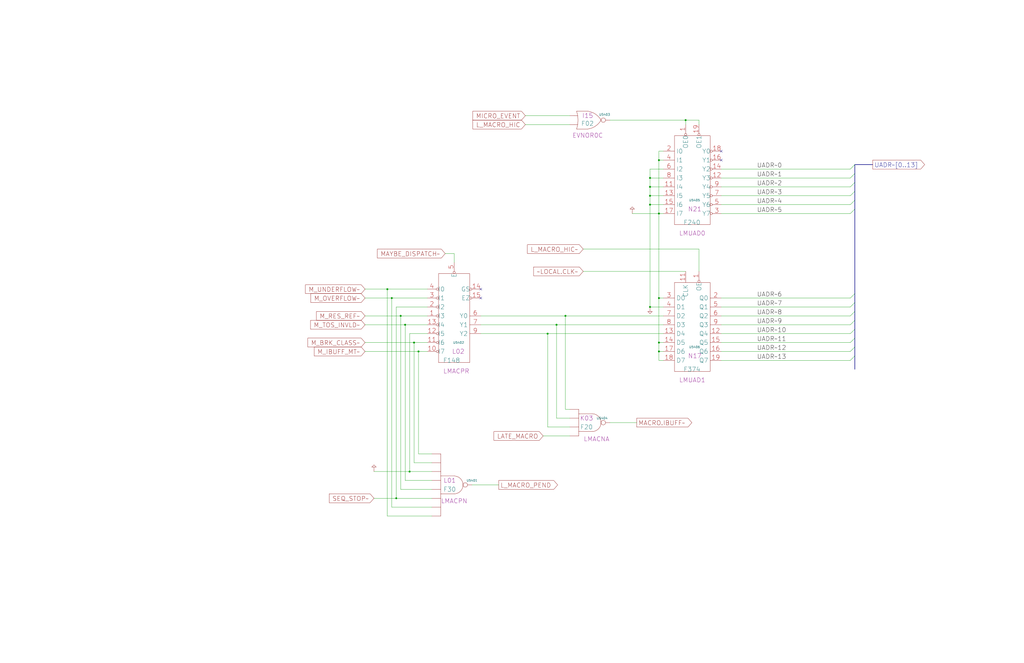
<source format=kicad_sch>
(kicad_sch (version 20250114) (generator "eeschema") (generator_version "9.0")
  (paper "User" 584.2 378.46)
  (title_block (title "LATE MACRO EVENT ADDR GEN.") (date "22-MAY-90") (rev "1.0") (comment 1 "SEQUENCER") (comment 2 "232-003064") (comment 3 "S400") (comment 4 "RELEASED"))
  (lib_symbols
    (symbol "r1000:F02" (pin_numbers (hide yes)) (pin_names (hide yes))
      (property "Reference" "U" (at 12.16 0.635 0))
      (property "Value" "F02" (at -1.27 -4.445 0))
      (property "Location" "___" (at 2.54 0 0))
      (property "Name" "______" (at 2.54 -12.7 0))
      (symbol "F02_0_1"
        (arc (start -3.81 2.54) (mid -2.9847 -2.54) (end -3.81 -7.62) (stroke (width 0.1524)))
        (polyline (pts (xy -5.08 0) (xy -3.175 0)) (stroke (width 0.1524)))
        (polyline (pts (xy -5.08 -5.08) (xy -3.175 -5.08)) (stroke (width 0.1524)))
        (polyline (pts (xy -3.81 2.54) (xy 2.54 2.54)) (stroke (width 0.1524)))
        (polyline (pts (xy -3.81 -7.62) (xy 2.54 -7.62)) (stroke (width 0.1524)))
        (arc (start 2.54 2.54) (mid 6.9477 0.8966) (end 10.16 -2.54) (stroke (width 0.1524)))
        (arc (start 10.16 -2.54) (mid 6.9515 -5.9823) (end 2.54 -7.62) (stroke (width 0.1524)))
        (circle (center 11.43 -2.54) (radius 1.27) (stroke (width 0.1524)))
        (polyline (pts (xy 13.97 -2.54) (xy 12.7 -2.54)) (stroke (width 0.1524)))
      )
      (symbol "F02_0_2"
        (circle (center -3.81 0) (radius 1.27) (stroke (width 0.1524)))
        (circle (center -3.81 -5.08) (radius 1.27) (stroke (width 0.1524)))
        (polyline (pts (xy -2.54 2.54) (xy -2.54 -7.62)) (stroke (width 0.1524)))
        (polyline (pts (xy -2.54 2.54) (xy 5.08 2.54)) (stroke (width 0.1524)))
        (polyline (pts (xy -2.54 -7.62) (xy 5.08 -7.62)) (stroke (width 0.1524)))
        (arc (start 5.08 2.54) (mid 10.1281 -2.54) (end 5.08 -7.62) (stroke (width 0.1524)))
        (polyline (pts (xy 11.43 -2.54) (xy 10.16 -2.54)) (stroke (width 0.1524)))
        (polyline (pts (xy 11.43 -2.54) (xy 12.7 -2.54)) (stroke (width 0.1524)))
      )
      (symbol "F02_1_1"
        (pin input line (at -7.62 0 0) (length 2.54) (name "D0") (number "1"))
        (pin input line (at -7.62 -5.08 0) (length 2.54) (name "D1") (number "2"))
        (pin output line (at 15.24 -2.54 180) (length 1.27) (name "Q") (number "3"))
      )
      (symbol "F02_1_2"
        (pin input line (at -7.62 0 0) (length 2.54) (name "D0") (number "1"))
        (pin input line (at -7.62 -5.08 0) (length 2.54) (name "D1") (number "2"))
        (pin output line (at 15.24 -2.54 180) (length 2.54) (name "Q") (number "3"))
      )
    )
    (symbol "r1000:F148" (pin_names (offset 1.016))
      (property "Reference" "U" (at 2.54 5.08 0))
      (property "Value" "F148" (at -6.35 -5.08 0))
      (property "Location" "___" (at -1.27 0 0))
      (property "Name" "______" (at 1.27 -12.7 0))
      (symbol "F148_1_1"
        (circle (center -9.525 35.56) (radius 0.635))
        (circle (center -9.525 30.48) (radius 0.635))
        (circle (center -9.525 25.4) (radius 0.635))
        (circle (center -9.525 20.32) (radius 0.635))
        (circle (center -9.525 15.24) (radius 0.635))
        (circle (center -9.525 10.16) (radius 0.635))
        (circle (center -9.525 5.08) (radius 0.635))
        (circle (center -9.525 0) (radius 0.635))
        (rectangle (start -8.89 44.45) (end 8.89 -6.35))
        (circle (center 0 45.085) (radius 0.635))
        (circle (center 9.525 35.56) (radius 0.635))
        (circle (center 9.525 30.48) (radius 0.635))
        (pin input line (at -15.24 35.56 0) (length 5.08) (name "I0") (number "4"))
        (pin input line (at -15.24 30.48 0) (length 5.08) (name "I1") (number "3"))
        (pin input line (at -15.24 25.4 0) (length 5.08) (name "I2") (number "2"))
        (pin input line (at -15.24 20.32 0) (length 5.08) (name "I3") (number "1"))
        (pin input line (at -15.24 15.24 0) (length 5.08) (name "I4") (number "13"))
        (pin input line (at -15.24 10.16 0) (length 5.08) (name "I5") (number "12"))
        (pin input line (at -15.24 5.08 0) (length 5.08) (name "I6") (number "11"))
        (pin input line (at -15.24 0 0) (length 5.08) (name "I7") (number "10"))
        (pin input line (at 0 50.8 270) (length 5.08) (name "E") (number "5"))
        (pin output line (at 15.24 35.56 180) (length 5.08) (name "GS") (number "14"))
        (pin output line (at 15.24 30.48 180) (length 5.08) (name "EZ") (number "15"))
        (pin output line (at 15.24 20.32 180) (length 6.35) (name "Y0") (number "6"))
        (pin output line (at 15.24 15.24 180) (length 6.35) (name "Y1") (number "7"))
        (pin output line (at 15.24 10.16 180) (length 6.35) (name "Y2") (number "9"))
      )
    )
    (symbol "r1000:F20" (pin_numbers (hide yes)) (pin_names (hide yes))
      (property "Reference" "U" (at 8.255 2.54 0))
      (property "Value" "F20" (at -0.635 -2.54 0))
      (property "Location" "___" (at -0.635 2.54 0))
      (property "Name" "______" (at 5.08 -10.795 0))
      (symbol "F20_0_1"
        (polyline (pts (xy -5.08 7.62) (xy -5.08 5.08)) (stroke (width 0.1524)))
        (polyline (pts (xy -5.08 5.08) (xy -5.08 -5.08)) (stroke (width 0.1524)))
        (polyline (pts (xy -5.08 -5.08) (xy -5.08 -7.62)) (stroke (width 0.1524)))
        (arc (start 2.54 5.08) (mid 7.5882 0) (end 2.54 -5.08) (stroke (width 0.1524)))
        (polyline (pts (xy 2.54 5.08) (xy -5.08 5.08)) (stroke (width 0.1524)))
        (polyline (pts (xy 2.54 -5.08) (xy -5.08 -5.08)) (stroke (width 0.1524)))
        (circle (center 8.89 0) (radius 1.27) (stroke (width 0.1524)))
      )
      (symbol "F20_0_2"
        (arc (start -6.35 7.62) (mid -5.3975 0) (end -6.35 -7.62) (stroke (width 0.1524)))
        (circle (center -7.62 7.62) (radius 1.27) (stroke (width 0.1524)))
        (circle (center -7.62 -7.62) (radius 1.27) (stroke (width 0.1524)))
        (circle (center -6.985 2.54) (radius 1.27) (stroke (width 0.1524)))
        (circle (center -6.985 -2.54) (radius 1.27) (stroke (width 0.1524)))
        (polyline (pts (xy -5.715 5.08) (xy 1.27 5.08)) (stroke (width 0.1524)))
        (polyline (pts (xy -5.715 -5.08) (xy 1.27 -5.08)) (stroke (width 0.1524)))
        (arc (start 7.62 0) (mid 5.0518 -3.2985) (end 1.27 -5.08) (stroke (width 0.1524)))
        (arc (start 1.27 5.08) (mid 5.0518 3.2985) (end 7.62 0) (stroke (width 0.1524)))
      )
      (symbol "F20_1_1"
        (pin input line (at -10.16 7.62 0) (length 5.08) (name "D0") (number "1"))
        (pin input line (at -10.16 2.54 0) (length 5.08) (name "D1") (number "2"))
        (pin input line (at -10.16 -2.54 0) (length 5.08) (name "D2") (number "4"))
        (pin input line (at -10.16 -7.62 0) (length 5.08) (name "D3") (number "5"))
        (pin output line (at 12.7 0 180) (length 2.54) (name "Q") (number "6"))
      )
      (symbol "F20_1_2"
        (pin input line (at -10.16 7.62 0) (length 1.27) (name "D0") (number "1"))
        (pin input line (at -10.16 2.54 0) (length 1.905) (name "D1") (number "2"))
        (pin input line (at -10.16 -2.54 0) (length 1.905) (name "D2") (number "4"))
        (pin input line (at -10.16 -7.62 0) (length 1.27) (name "D3") (number "5"))
        (pin output line (at 12.7 0 180) (length 5.08) (name "Q") (number "6"))
      )
    )
    (symbol "r1000:F240" (pin_names (offset 1.016))
      (property "Reference" "U" (at 2.54 5.08 0))
      (property "Value" "F240" (at -3.81 -7.62 0))
      (property "Location" "___" (at -1.27 0 0))
      (property "Name" "______" (at 1.27 -15.24 0))
      (symbol "F240_1_1"
        (rectangle (start -8.89 41.91) (end 11.43 -8.89))
        (circle (center -2.54 42.545) (radius 0.635))
        (circle (center 5.08 42.545) (radius 0.635))
        (circle (center 12.065 33.02) (radius 0.635))
        (circle (center 12.065 27.94) (radius 0.635))
        (circle (center 12.065 22.86) (radius 0.635))
        (circle (center 12.065 17.78) (radius 0.635))
        (circle (center 12.065 12.7) (radius 0.635))
        (circle (center 12.065 7.62) (radius 0.635))
        (circle (center 12.065 2.54) (radius 0.635))
        (circle (center 12.065 -2.54) (radius 0.635))
        (pin input line (at -15.24 33.02 0) (length 6.35) (name "I0") (number "2"))
        (pin input line (at -15.24 27.94 0) (length 6.35) (name "I1") (number "4"))
        (pin input line (at -15.24 22.86 0) (length 6.35) (name "I2") (number "6"))
        (pin input line (at -15.24 17.78 0) (length 6.35) (name "I3") (number "8"))
        (pin input line (at -15.24 12.7 0) (length 6.35) (name "I4") (number "11"))
        (pin input line (at -15.24 7.62 0) (length 6.35) (name "I5") (number "13"))
        (pin input line (at -15.24 2.54 0) (length 6.35) (name "I6") (number "15"))
        (pin input line (at -15.24 -2.54 0) (length 6.35) (name "I7") (number "17"))
        (pin input line (at -2.54 48.26 270) (length 5.08) (name "OE0") (number "1"))
        (pin input line (at 5.08 48.26 270) (length 5.08) (name "OE1") (number "19"))
        (pin tri_state line (at 17.78 33.02 180) (length 5.08) (name "Y0") (number "18"))
        (pin tri_state line (at 17.78 27.94 180) (length 5.08) (name "Y1") (number "16"))
        (pin tri_state line (at 17.78 22.86 180) (length 5.08) (name "Y2") (number "14"))
        (pin tri_state line (at 17.78 17.78 180) (length 5.08) (name "Y3") (number "12"))
        (pin tri_state line (at 17.78 12.7 180) (length 5.08) (name "Y4") (number "9"))
        (pin tri_state line (at 17.78 7.62 180) (length 5.08) (name "Y5") (number "7"))
        (pin tri_state line (at 17.78 2.54 180) (length 5.08) (name "Y6") (number "5"))
        (pin tri_state line (at 17.78 -2.54 180) (length 5.08) (name "Y7") (number "3"))
      )
    )
    (symbol "r1000:F30" (pin_numbers (hide yes)) (pin_names (hide yes))
      (property "Reference" "U" (at 15.24 2.54 0))
      (property "Value" "F30" (at 2.54 -2.54 0))
      (property "Location" "___" (at 2.54 2.54 0))
      (property "Name" "______" (at 5.08 -10.62 0))
      (symbol "F30_0_0"
        (polyline (pts (xy -2.54 5.08) (xy 5.08 5.08)) (stroke (width 0.1524)))
        (polyline (pts (xy -2.54 -5.08) (xy 5.08 -5.08)) (stroke (width 0.1524)))
        (arc (start 5.08 5.08) (mid 8.6721 3.5921) (end 10.16 0) (stroke (width 0.1524)))
        (arc (start 10.16 0) (mid 8.6721 -3.5921) (end 5.08 -5.08) (stroke (width 0.1524)))
        (circle (center 11.43 0) (radius 1.27) (stroke (width 0.1524)))
      )
      (symbol "F30_0_1"
        (polyline (pts (xy -2.54 17.78) (xy -2.54 17.145)) (stroke (width 0.1524)))
        (polyline (pts (xy -2.54 17.145) (xy -2.54 7.62)) (stroke (width 0.1524)))
        (polyline (pts (xy -2.54 7.62) (xy -2.54 5.08)) (stroke (width 0.1524)))
        (polyline (pts (xy -2.54 5.08) (xy -2.54 -5.08)) (stroke (width 0.1524)))
        (polyline (pts (xy -2.54 -5.08) (xy -2.54 -7.62)) (stroke (width 0.1524)))
        (polyline (pts (xy -2.54 -7.62) (xy -2.54 -17.78)) (stroke (width 0.1524)))
      )
      (symbol "F30_1_1"
        (pin input line (at -7.62 17.78 0) (length 5.08) (name "D0") (number "11"))
        (pin input line (at -7.62 12.7 0) (length 5.08) (name "D1") (number "12"))
        (pin input line (at -7.62 7.62 0) (length 5.08) (name "D2") (number "1"))
        (pin input line (at -7.62 2.54 0) (length 5.08) (name "D3") (number "2"))
        (pin input line (at -7.62 -2.54 0) (length 5.08) (name "D4") (number "3"))
        (pin input line (at -7.62 -7.62 0) (length 5.08) (name "D5") (number "4"))
        (pin input line (at -7.62 -12.7 0) (length 5.08) (name "D6") (number "5"))
        (pin input line (at -7.62 -17.78 0) (length 5.08) (name "D7") (number "6"))
        (pin output line (at 15.24 0 180) (length 2.54) (name "Q") (number "8"))
      )
    )
    (symbol "r1000:F374" (pin_names (offset 1.016))
      (property "Reference" "U" (at 2.54 5.08 0))
      (property "Value" "F374" (at -3.81 -7.62 0))
      (property "Location" "___" (at -1.27 0 0))
      (property "Name" "______" (at 1.27 -15.24 0))
      (symbol "F374_1_1"
        (rectangle (start -8.89 41.91) (end 11.43 -8.89))
        (circle (center 5.08 42.545) (radius 0.635))
        (pin input line (at -15.24 33.02 0) (length 6.35) (name "D0") (number "3"))
        (pin input line (at -15.24 27.94 0) (length 6.35) (name "D1") (number "4"))
        (pin input line (at -15.24 22.86 0) (length 6.35) (name "D2") (number "7"))
        (pin input line (at -15.24 17.78 0) (length 6.35) (name "D3") (number "8"))
        (pin input line (at -15.24 12.7 0) (length 6.35) (name "D4") (number "13"))
        (pin input line (at -15.24 7.62 0) (length 6.35) (name "D5") (number "14"))
        (pin input line (at -15.24 2.54 0) (length 6.35) (name "D6") (number "17"))
        (pin input line (at -15.24 -2.54 0) (length 6.35) (name "D7") (number "18"))
        (pin input line (at -2.54 48.26 270) (length 6.35) (name "CLK") (number "11"))
        (pin input line (at 5.08 48.26 270) (length 5.08) (name "OE") (number "1"))
        (pin tri_state line (at 17.78 33.02 180) (length 6.35) (name "Q0") (number "2"))
        (pin tri_state line (at 17.78 27.94 180) (length 6.35) (name "Q1") (number "5"))
        (pin tri_state line (at 17.78 22.86 180) (length 6.35) (name "Q2") (number "6"))
        (pin tri_state line (at 17.78 17.78 180) (length 6.35) (name "Q3") (number "9"))
        (pin tri_state line (at 17.78 12.7 180) (length 6.35) (name "Q4") (number "12"))
        (pin tri_state line (at 17.78 7.62 180) (length 6.35) (name "Q5") (number "15"))
        (pin tri_state line (at 17.78 2.54 180) (length 6.35) (name "Q6") (number "16"))
        (pin tri_state line (at 17.78 -2.54 180) (length 6.35) (name "Q7") (number "19"))
      )
    )
    (symbol "r1000:PD" (power) (pin_numbers (hide yes)) (pin_names (hide yes)) (in_bom no)
      (symbol "PD_0_1"
        (polyline (pts (xy 0 -2.54) (xy 1.27 -2.54) (xy 0 -3.81) (xy -1.27 -2.54) (xy 0 -2.54)) (stroke (width 0.1524)))
      )
      (symbol "PD_1_1"
        (pin power_in line (at 0 0 270) (length 2.54) (name "PD") (number "1"))
      )
    )
    (symbol "r1000:PU" (power) (pin_numbers (hide yes)) (pin_names (hide yes))
      (symbol "PU_0_1"
        (polyline (pts (xy 0 2.54) (xy -1.27 2.54) (xy 0 3.81) (xy 1.27 2.54) (xy 0 2.54)) (stroke (width 0.1524)))
      )
      (symbol "PU_1_1"
        (pin power_in line (at 0 0 90) (length 2.54) (name "PU") (number "1"))
      )
    )
  )
  (junction (at 375.92 121.92))
  (junction (at 226.06 284.48))
  (junction (at 375.92 200.66))
  (junction (at 370.84 111.76))
  (junction (at 233.68 269.24))
  (junction (at 370.84 175.26))
  (junction (at 220.98 165.1))
  (junction (at 317.5 185.42))
  (junction (at 231.14 185.42))
  (junction (at 238.76 200.66))
  (junction (at 312.42 190.5))
  (junction (at 375.92 170.18))
  (junction (at 370.84 106.68))
  (junction (at 375.92 195.58))
  (junction (at 370.84 116.84))
  (junction (at 223.52 170.18))
  (junction (at 322.58 180.34))
  (junction (at 228.6 180.34))
  (junction (at 236.22 195.58))
  (junction (at 370.84 101.6))
  (junction (at 391.16 68.58))
  (junction (at 375.92 91.44))
  (no_connect (at 411.48 86.36))
  (no_connect (at 274.32 170.18))
  (no_connect (at 274.32 165.1))
  (no_connect (at 411.48 91.44))
  (bus_entry (at 487.68 182.88) (size -2.54 2.54))
  (bus_entry (at 487.68 167.64) (size -2.54 2.54))
  (bus_entry (at 487.68 187.96) (size -2.54 2.54))
  (bus_entry (at 487.68 99.06) (size -2.54 2.54))
  (bus_entry (at 487.68 198.12) (size -2.54 2.54))
  (bus_entry (at 487.68 193.04) (size -2.54 2.54))
  (bus_entry (at 487.68 172.72) (size -2.54 2.54))
  (bus_entry (at 487.68 119.38) (size -2.54 2.54))
  (bus_entry (at 487.68 104.14) (size -2.54 2.54))
  (bus_entry (at 487.68 109.22) (size -2.54 2.54))
  (bus_entry (at 487.68 203.2) (size -2.54 2.54))
  (bus_entry (at 487.68 114.3) (size -2.54 2.54))
  (bus_entry (at 487.68 177.8) (size -2.54 2.54))
  (bus_entry (at 487.68 93.98) (size -2.54 2.54))
  (wire (pts (xy 370.84 116.84) (xy 370.84 175.26)))
  (wire (pts (xy 312.42 243.84) (xy 325.12 243.84)))
  (wire (pts (xy 378.46 86.36) (xy 375.92 86.36)))
  (wire (pts (xy 391.16 68.58) (xy 391.16 71.12)))
  (wire (pts (xy 236.22 195.58) (xy 243.84 195.58)))
  (wire (pts (xy 398.78 142.24) (xy 398.78 154.94)))
  (wire (pts (xy 370.84 106.68) (xy 370.84 111.76)))
  (wire (pts (xy 238.76 200.66) (xy 238.76 259.08)))
  (wire (pts (xy 274.32 190.5) (xy 312.42 190.5)))
  (wire (pts (xy 411.48 180.34) (xy 485.14 180.34)))
  (wire (pts (xy 208.28 165.1) (xy 220.98 165.1)))
  (bus (pts (xy 487.68 93.98) (xy 487.68 99.06)))
  (bus (pts (xy 487.68 182.88) (xy 487.68 187.96)))
  (wire (pts (xy 226.06 284.48) (xy 246.38 284.48)))
  (wire (pts (xy 231.14 185.42) (xy 231.14 274.32)))
  (wire (pts (xy 220.98 165.1) (xy 220.98 294.64)))
  (wire (pts (xy 226.06 175.26) (xy 226.06 284.48)))
  (wire (pts (xy 411.48 96.52) (xy 485.14 96.52)))
  (wire (pts (xy 208.28 200.66) (xy 238.76 200.66)))
  (bus (pts (xy 487.68 99.06) (xy 487.68 104.14)))
  (wire (pts (xy 312.42 190.5) (xy 312.42 243.84)))
  (bus (pts (xy 487.68 177.8) (xy 487.68 182.88)))
  (wire (pts (xy 378.46 96.52) (xy 370.84 96.52)))
  (wire (pts (xy 347.98 241.3) (xy 363.22 241.3)))
  (bus (pts (xy 487.68 167.64) (xy 487.68 172.72)))
  (wire (pts (xy 375.92 200.66) (xy 375.92 195.58)))
  (wire (pts (xy 411.48 175.26) (xy 485.14 175.26)))
  (wire (pts (xy 411.48 200.66) (xy 485.14 200.66)))
  (wire (pts (xy 322.58 233.68) (xy 325.12 233.68)))
  (wire (pts (xy 228.6 180.34) (xy 243.84 180.34)))
  (wire (pts (xy 254 144.78) (xy 259.08 144.78)))
  (wire (pts (xy 274.32 180.34) (xy 322.58 180.34)))
  (wire (pts (xy 322.58 180.34) (xy 378.46 180.34)))
  (wire (pts (xy 228.6 279.4) (xy 228.6 180.34)))
  (bus (pts (xy 487.68 187.96) (xy 487.68 193.04)))
  (wire (pts (xy 317.5 238.76) (xy 325.12 238.76)))
  (wire (pts (xy 375.92 121.92) (xy 378.46 121.92)))
  (bus (pts (xy 487.68 104.14) (xy 487.68 109.22)))
  (wire (pts (xy 231.14 274.32) (xy 246.38 274.32)))
  (bus (pts (xy 487.68 193.04) (xy 487.68 198.12)))
  (wire (pts (xy 317.5 185.42) (xy 317.5 238.76)))
  (wire (pts (xy 213.36 269.24) (xy 233.68 269.24)))
  (wire (pts (xy 236.22 195.58) (xy 236.22 264.16)))
  (wire (pts (xy 213.36 284.48) (xy 226.06 284.48)))
  (wire (pts (xy 375.92 195.58) (xy 375.92 170.18)))
  (wire (pts (xy 370.84 111.76) (xy 370.84 116.84)))
  (wire (pts (xy 269.24 276.86) (xy 284.48 276.86)))
  (bus (pts (xy 487.68 114.3) (xy 487.68 119.38)))
  (wire (pts (xy 370.84 106.68) (xy 378.46 106.68)))
  (wire (pts (xy 411.48 111.76) (xy 485.14 111.76)))
  (wire (pts (xy 236.22 264.16) (xy 246.38 264.16)))
  (wire (pts (xy 309.88 248.92) (xy 325.12 248.92)))
  (wire (pts (xy 411.48 170.18) (xy 485.14 170.18)))
  (wire (pts (xy 375.92 200.66) (xy 378.46 200.66)))
  (bus (pts (xy 487.68 109.22) (xy 487.68 114.3)))
  (wire (pts (xy 223.52 170.18) (xy 243.84 170.18)))
  (wire (pts (xy 370.84 96.52) (xy 370.84 101.6)))
  (wire (pts (xy 375.92 91.44) (xy 375.92 121.92)))
  (wire (pts (xy 299.72 71.12) (xy 325.12 71.12)))
  (wire (pts (xy 223.52 289.56) (xy 223.52 170.18)))
  (wire (pts (xy 246.38 259.08) (xy 238.76 259.08)))
  (wire (pts (xy 375.92 170.18) (xy 378.46 170.18)))
  (bus (pts (xy 487.68 119.38) (xy 487.68 167.64)))
  (wire (pts (xy 411.48 190.5) (xy 485.14 190.5)))
  (wire (pts (xy 398.78 68.58) (xy 391.16 68.58)))
  (wire (pts (xy 233.68 190.5) (xy 233.68 269.24)))
  (wire (pts (xy 375.92 195.58) (xy 378.46 195.58)))
  (bus (pts (xy 487.68 93.98) (xy 497.84 93.98)))
  (bus (pts (xy 487.68 198.12) (xy 487.68 203.2)))
  (bus (pts (xy 487.68 203.2) (xy 487.68 210.82)))
  (wire (pts (xy 317.5 185.42) (xy 378.46 185.42)))
  (wire (pts (xy 370.84 101.6) (xy 370.84 106.68)))
  (wire (pts (xy 259.08 149.86) (xy 259.08 144.78)))
  (wire (pts (xy 370.84 111.76) (xy 378.46 111.76)))
  (wire (pts (xy 411.48 205.74) (xy 485.14 205.74)))
  (wire (pts (xy 411.48 116.84) (xy 485.14 116.84)))
  (wire (pts (xy 246.38 279.4) (xy 228.6 279.4)))
  (wire (pts (xy 299.72 66.04) (xy 325.12 66.04)))
  (wire (pts (xy 208.28 180.34) (xy 228.6 180.34)))
  (wire (pts (xy 332.74 154.94) (xy 391.16 154.94)))
  (wire (pts (xy 231.14 185.42) (xy 243.84 185.42)))
  (wire (pts (xy 332.74 142.24) (xy 398.78 142.24)))
  (wire (pts (xy 238.76 200.66) (xy 243.84 200.66)))
  (wire (pts (xy 411.48 121.92) (xy 485.14 121.92)))
  (wire (pts (xy 378.46 205.74) (xy 375.92 205.74)))
  (wire (pts (xy 375.92 121.92) (xy 375.92 170.18)))
  (wire (pts (xy 411.48 185.42) (xy 485.14 185.42)))
  (wire (pts (xy 208.28 170.18) (xy 223.52 170.18)))
  (wire (pts (xy 375.92 86.36) (xy 375.92 91.44)))
  (bus (pts (xy 487.68 172.72) (xy 487.68 177.8)))
  (wire (pts (xy 375.92 205.74) (xy 375.92 200.66)))
  (wire (pts (xy 220.98 294.64) (xy 246.38 294.64)))
  (wire (pts (xy 246.38 289.56) (xy 223.52 289.56)))
  (wire (pts (xy 398.78 71.12) (xy 398.78 68.58)))
  (wire (pts (xy 411.48 106.68) (xy 485.14 106.68)))
  (wire (pts (xy 375.92 91.44) (xy 378.46 91.44)))
  (wire (pts (xy 274.32 185.42) (xy 317.5 185.42)))
  (wire (pts (xy 312.42 190.5) (xy 378.46 190.5)))
  (wire (pts (xy 233.68 190.5) (xy 243.84 190.5)))
  (wire (pts (xy 370.84 175.26) (xy 378.46 175.26)))
  (wire (pts (xy 411.48 101.6) (xy 485.14 101.6)))
  (wire (pts (xy 411.48 195.58) (xy 485.14 195.58)))
  (wire (pts (xy 233.68 269.24) (xy 246.38 269.24)))
  (wire (pts (xy 220.98 165.1) (xy 243.84 165.1)))
  (wire (pts (xy 370.84 116.84) (xy 378.46 116.84)))
  (wire (pts (xy 208.28 185.42) (xy 231.14 185.42)))
  (wire (pts (xy 322.58 180.34) (xy 322.58 233.68)))
  (wire (pts (xy 370.84 101.6) (xy 378.46 101.6)))
  (wire (pts (xy 208.28 195.58) (xy 236.22 195.58)))
  (wire (pts (xy 347.98 68.58) (xy 391.16 68.58)))
  (wire (pts (xy 243.84 175.26) (xy 226.06 175.26)))
  (wire (pts (xy 360.68 121.92) (xy 375.92 121.92)))
  (label "UADR~5" (at 431.8 121.92 0) (effects (font (size 2.54 2.54))))
  (label "UADR~6" (at 431.8 170.18 0) (effects (font (size 2.54 2.54))))
  (label "UADR~7" (at 431.8 175.26 0) (effects (font (size 2.54 2.54))))
  (label "UADR~12" (at 431.8 200.66 0) (effects (font (size 2.54 2.54))))
  (label "UADR~10" (at 431.8 190.5 0) (effects (font (size 2.54 2.54))))
  (label "UADR~0" (at 431.8 96.52 0) (effects (font (size 2.54 2.54))))
  (label "UADR~3" (at 431.8 111.76 0) (effects (font (size 2.54 2.54))))
  (label "UADR~13" (at 431.8 205.74 0) (effects (font (size 2.54 2.54))))
  (label "UADR~9" (at 431.8 185.42 0) (effects (font (size 2.54 2.54))))
  (label "UADR~8" (at 431.8 180.34 0) (effects (font (size 2.54 2.54))))
  (label "UADR~11" (at 431.8 195.58 0) (effects (font (size 2.54 2.54))))
  (label "UADR~2" (at 431.8 106.68 0) (effects (font (size 2.54 2.54))))
  (label "UADR~1" (at 431.8 101.6 0) (effects (font (size 2.54 2.54))))
  (label "UADR~4" (at 431.8 116.84 0) (effects (font (size 2.54 2.54))))
  (global_label "M_BRK_CLASS~" (shape input) (at 208.28 195.58 180) (effects (font (size 2.54 2.54))) (property "Intersheetrefs" "${INTERSHEET_REFS}" (at 175.635 195.4213 0) (effects (font (size 1.905 1.905)) (justify right))))
  (global_label "MACRO.IBUFF~" (shape output) (at 363.22 241.3 0) (effects (font (size 2.54 2.54))) (property "Intersheetrefs" "${INTERSHEET_REFS}" (at 394.6555 241.1413 0) (effects (font (size 1.905 1.905)) (justify left))))
  (global_label "MAYBE_DISPATCH~" (shape input) (at 254 144.78 180) (effects (font (size 2.54 2.54))) (property "Intersheetrefs" "${INTERSHEET_REFS}" (at 215.3073 144.6213 0) (effects (font (size 1.905 1.905)) (justify right))))
  (global_label "UADR~[0..13]" (shape output) (at 497.84 93.98 0) (effects (font (size 2.54 2.54))) (property "Intersheetrefs" "${INTERSHEET_REFS}" (at 527.4612 93.8213 0) (effects (font (size 1.905 1.905)) (justify left))))
  (global_label "M_OVERFLOW~" (shape input) (at 208.28 170.18 180) (effects (font (size 2.54 2.54))) (property "Intersheetrefs" "${INTERSHEET_REFS}" (at 177.3283 170.0213 0) (effects (font (size 1.905 1.905)) (justify right))))
  (global_label "M_RES_REF~" (shape input) (at 208.28 180.34 180) (effects (font (size 2.54 2.54))) (property "Intersheetrefs" "${INTERSHEET_REFS}" (at 180.594 180.1813 0) (effects (font (size 1.905 1.905)) (justify right))))
  (global_label "M_IBUFF_MT~" (shape input) (at 208.28 200.66 180) (effects (font (size 2.54 2.54))) (property "Intersheetrefs" "${INTERSHEET_REFS}" (at 179.2635 200.5013 0) (effects (font (size 1.905 1.905)) (justify right))))
  (global_label "LATE_MACRO" (shape input) (at 309.88 248.92 180) (effects (font (size 2.54 2.54))) (property "Intersheetrefs" "${INTERSHEET_REFS}" (at 281.8311 248.7613 0) (effects (font (size 1.905 1.905)) (justify right))))
  (global_label "M_TOS_INVLD~" (shape input) (at 208.28 185.42 180) (effects (font (size 2.54 2.54))) (property "Intersheetrefs" "${INTERSHEET_REFS}" (at 177.2073 185.2613 0) (effects (font (size 1.905 1.905)) (justify right))))
  (global_label "SEQ_STOP~" (shape input) (at 213.36 284.48 180) (effects (font (size 2.54 2.54))) (property "Intersheetrefs" "${INTERSHEET_REFS}" (at 187.8511 284.3213 0) (effects (font (size 1.905 1.905)) (justify right))))
  (global_label "L_MACRO_PEND" (shape output) (at 284.48 276.86 0) (effects (font (size 2.54 2.54))) (property "Intersheetrefs" "${INTERSHEET_REFS}" (at 318.0927 276.7013 0) (effects (font (size 1.905 1.905)) (justify left))))
  (global_label "~LOCAL.CLK~" (shape input) (at 332.74 154.94 180) (effects (font (size 2.54 2.54))) (property "Intersheetrefs" "${INTERSHEET_REFS}" (at 304.4492 154.7813 0) (effects (font (size 1.905 1.905)) (justify right))))
  (global_label "L_MACRO_HIC" (shape input) (at 299.72 71.12 180) (effects (font (size 2.54 2.54))) (property "Intersheetrefs" "${INTERSHEET_REFS}" (at 269.7359 70.9613 0) (effects (font (size 1.905 1.905)) (justify right))))
  (global_label "MICRO_EVENT" (shape input) (at 299.72 66.04 180) (effects (font (size 2.54 2.54))) (property "Intersheetrefs" "${INTERSHEET_REFS}" (at 269.7359 65.8813 0) (effects (font (size 1.905 1.905)) (justify right))))
  (global_label "L_MACRO_HIC~" (shape input) (at 332.74 142.24 180) (effects (font (size 2.54 2.54))) (property "Intersheetrefs" "${INTERSHEET_REFS}" (at 300.9416 142.0813 0) (effects (font (size 1.905 1.905)) (justify right))))
  (global_label "M_UNDERFLOW~" (shape input) (at 208.28 165.1 180) (effects (font (size 2.54 2.54))) (property "Intersheetrefs" "${INTERSHEET_REFS}" (at 174.3045 164.9413 0) (effects (font (size 1.905 1.905)) (justify right))))
  (symbol (lib_id "r1000:F240") (at 393.7 119.38 0) (unit 1)
    (property "Reference" "U5405" (at 396.24 114.3 0))
    (property "Value" "F240" (at 389.89 127 0) (effects (font (size 2.54 2.54)) (justify left)))
    (property "Location" "N21" (at 392.43 119.38 0) (effects (font (size 2.54 2.54)) (justify left)))
    (property "Name" "LMUAD0" (at 394.97 134.62 0) (effects (font (size 2.54 2.54)) (justify bottom)))
  )
  (symbol (lib_id "r1000:F20") (at 335.28 241.3 0) (unit 1)
    (property "Reference" "U5404" (at 343.535 238.76 0))
    (property "Value" "F20" (at 334.645 243.84 0) (effects (font (size 2.54 2.54))))
    (property "Location" "K03" (at 334.645 238.76 0) (effects (font (size 2.54 2.54))))
    (property "Name" "LMACNA" (at 340.36 252.095 0) (effects (font (size 2.54 2.54)) (justify bottom)))
  )
  (symbol (lib_id "r1000:F148") (at 259.08 200.66 0) (unit 1)
    (property "Reference" "U5402" (at 261.62 195.58 0))
    (property "Value" "F148" (at 252.73 205.74 0) (effects (font (size 2.54 2.54)) (justify left)))
    (property "Location" "L02" (at 257.81 200.66 0) (effects (font (size 2.54 2.54)) (justify left)))
    (property "Name" "LMACPR" (at 260.35 213.36 0) (effects (font (size 2.54 2.54)) (justify bottom)))
  )
  (symbol (lib_id "r1000:F30") (at 254 276.86 0) (unit 1)
    (property "Reference" "U5401" (at 269.24 274.32 0))
    (property "Value" "F30" (at 256.54 279.4 0) (effects (font (size 2.54 2.54))))
    (property "Location" "L01" (at 256.54 274.32 0) (effects (font (size 2.54 2.54))))
    (property "Name" "LMACPN" (at 259.08 287.48 0) (effects (font (size 2.54 2.54)) (justify bottom)))
  )
  (symbol (lib_id "r1000:PU") (at 360.68 121.92 0) (unit 1)
    (property "Reference" "#PWR05402" (effects (hide yes)))
    (property "Value" "PU" (effects (hide yes)))
  )
  (symbol (lib_id "r1000:PD") (at 370.84 175.26 0) (unit 1) (in_bom no)
    (property "Reference" "#PWR05403" (effects (hide yes)))
    (property "Value" "PD" (effects (hide yes)))
  )
  (symbol (lib_id "r1000:F02") (at 332.74 66.04 0) (unit 1)
    (property "Reference" "U5403" (at 344.9 65.405 0))
    (property "Value" "F02" (at 331.47 70.485 0) (effects (font (size 2.54 2.54)) (justify left)))
    (property "Location" "I15" (at 335.28 66.04 0) (effects (font (size 2.54 2.54))))
    (property "Name" "EVNOR0C" (at 335.28 78.74 0) (effects (font (size 2.54 2.54)) (justify bottom)))
  )
  (symbol (lib_id "r1000:F374") (at 393.7 203.2 0) (unit 1)
    (property "Reference" "U5406" (at 396.24 198.12 0))
    (property "Value" "F374" (at 389.89 210.82 0) (effects (font (size 2.54 2.54)) (justify left)))
    (property "Location" "N17" (at 392.43 203.2 0) (effects (font (size 2.54 2.54)) (justify left)))
    (property "Name" "LMUAD1" (at 394.97 218.44 0) (effects (font (size 2.54 2.54)) (justify bottom)))
  )
  (symbol (lib_id "r1000:PU") (at 213.36 269.24 0) (unit 1)
    (property "Reference" "#PWR05401" (effects (hide yes)))
    (property "Value" "PU" (effects (hide yes)))
  )
)
</source>
